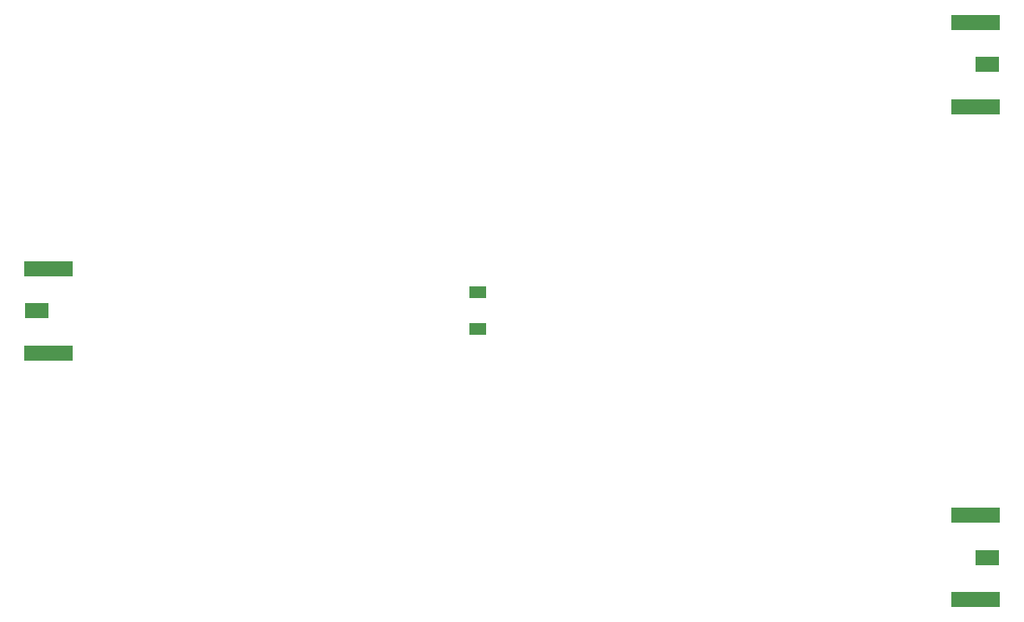
<source format=gbr>
G04 EAGLE Gerber X2 export*
%TF.Part,Single*%
%TF.FileFunction,Paste,Top*%
%TF.FilePolarity,Positive*%
%TF.GenerationSoftware,Autodesk,EAGLE,8.7.1*%
%TF.CreationDate,2018-04-02T22:08:27Z*%
G75*
%MOMM*%
%FSLAX34Y34*%
%LPD*%
%AMOC8*
5,1,8,0,0,1.08239X$1,22.5*%
G01*
%ADD10R,1.803400X1.295400*%
%ADD11R,2.362200X1.498600*%
%ADD12R,4.902200X1.600200*%


D10*
X465406Y481548D03*
X465660Y518886D03*
D11*
X18342Y500190D03*
D12*
X30191Y457645D03*
X30191Y542735D03*
D11*
X981458Y750000D03*
D12*
X969609Y792545D03*
X969609Y707455D03*
D11*
X981458Y250300D03*
D12*
X969609Y292845D03*
X969609Y207755D03*
M02*

</source>
